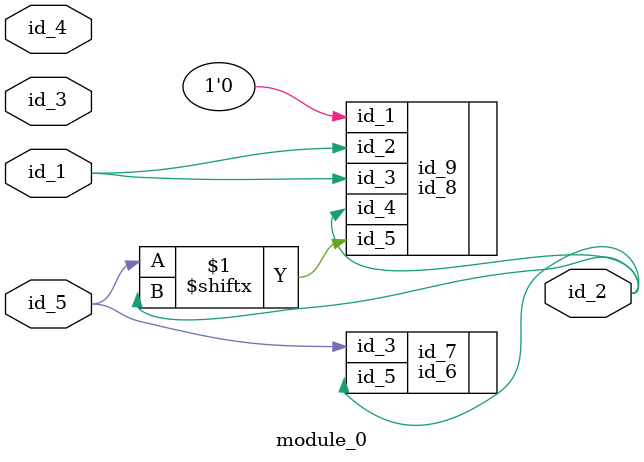
<source format=v>
module module_0 (
    id_1,
    id_2,
    id_3,
    id_4,
    id_5
);
  input id_5;
  input id_4;
  input id_3;
  output id_2;
  input id_1;
  id_6 id_7 (
      .id_5(id_2),
      .id_3(id_5)
  );
  id_8 id_9 (
      .id_5(id_2),
      .id_1(1'b0),
      .id_3(id_1),
      .id_4(id_7),
      .id_5(id_5),
      .id_4(id_2),
      .id_5(id_5[id_2]),
      .id_2(id_1)
  );
endmodule

</source>
